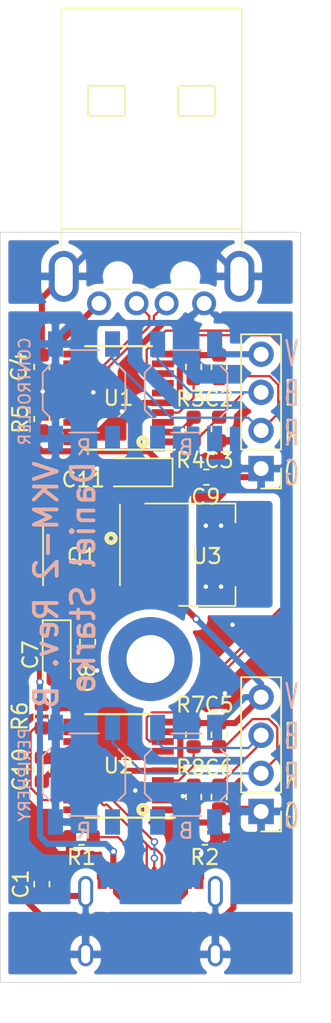
<source format=kicad_pcb>
(kicad_pcb (version 20171130) (host pcbnew "(5.1.5)-3")
  (title_block (title VKM-1) (date 2020-03-11) (rev B) (company "Daniel Starke"))
  (layers (0 F.Cu signal) (31 B.Cu signal) (34 B.Paste user) (35 F.Paste user) (36 B.SilkS user) (37 F.SilkS user) (38 B.Mask user) (39 F.Mask user) (44 Edge.Cuts user))
  (net 0 "")
  (net 1 GND)
  (net 2 "Net-(C1-Pad1)")
  (net 3 "Net-(C4-Pad1)")
  (net 4 +3V3)
  (net 5 USB2_VBUS)
  (net 6 "Net-(J1-PadB5)")
  (net 7 "Net-(J1-PadB8)")
  (net 8 "Net-(J1-PadA8)")
  (net 9 "Net-(J1-PadA5)")
  (net 10 BOOT1)
  (net 11 BOOT2)
  (net 12 USB1_VBUS)
  (net 13 USB1_VBUS_SENSE)
  (net 14 USB2_VBUS_SENSE)
  (net 15 "Net-(U1-Pad20)")
  (net 16 "Net-(U1-Pad14)")
  (net 17 "Net-(U1-Pad13)")
  (net 18 "Net-(U1-Pad12)")
  (net 19 "Net-(U1-Pad11)")
  (net 20 "Net-(U1-Pad10)")
  (net 21 "Net-(U2-Pad20)")
  (net 22 "Net-(U2-Pad14)")
  (net 23 "Net-(U2-Pad13)")
  (net 24 "Net-(U2-Pad12)")
  (net 25 "Net-(U2-Pad11)")
  (net 26 "Net-(U2-Pad10)")
  (net 27 USB2_D+)
  (net 28 USB2_D-)
  (net 29 USB1_D+)
  (net 30 USB1_D-)
  (net 31 RESET1)
  (net 32 RESET2)
  (net 33 /USART2_RX)
  (net 34 /USART2_TX)
  (net 35 "Net-(U1-Pad7)")
  (net 36 "Net-(U1-Pad6)")
  (net 37 "Net-(U1-Pad3)")
  (net 38 "Net-(U1-Pad2)")
  (net 39 "Net-(U2-Pad7)")
  (net 40 "Net-(U2-Pad6)")
  (net 41 "Net-(U2-Pad3)")
  (net 42 "Net-(U2-Pad2)")
  (net 43 "Net-(C7-Pad1)")
  (module Resistor_SMD:R_0603_1608Metric (layer F.Cu) (at 82.869 108.2675)
    (fp_text reference R2 (at -0.0015 1.3335) (layer F.SilkS))
    (fp_text value 5.1k)
    (pad 1 smd roundrect (at -0.7875 0) (size 0.875 0.95) (layers F.Cu F.Paste F.Mask) (net 6 "Net-(J1-PadB5)"))
    (pad 2 smd roundrect (at 0.7875 0) (size 0.875 0.95) (layers F.Cu F.Paste F.Mask) (net 1 GND))
  )
  (module Resistor_SMD:R_0603_1608Metric (layer F.Cu) (at 74.649 108.2675 180)
    (fp_text reference R1 (at 0 -1.3335) (layer F.SilkS))
    (fp_text value 5.1k)
    (pad 1 smd roundrect (at -0.7875 0 180) (size 0.875 0.95) (layers F.Cu F.Paste F.Mask) (net 9 "Net-(J1-PadA5)"))
    (pad 2 smd roundrect (at 0.7875 0 180) (size 0.875 0.95) (layers F.Cu F.Paste F.Mask) (net 1 GND))
  )
  (module Connector_USB:USB_C_HRO_TYPE_C_31_M_12 (layer F.Cu) (at 79.248 118.6815)
    (fp_text reference J1 hide)
    (fp_text value USB_C_Receptacle)
    (pad A12 smd rect (at 3.375 -7.695) (size 0.3 1.45) (layers F.Cu F.Paste F.Mask) (net 1 GND))
    (pad B12 smd rect (at -3.075 -7.695) (size 0.3 1.45) (layers F.Cu F.Paste F.Mask) (net 1 GND))
    (pad B4 smd rect (at 2.3 -7.695) (size 0.3 1.45) (layers F.Cu F.Paste F.Mask) (net 5 USB2_VBUS))
    (pad B9 smd rect (at -2.3 -7.695) (size 0.3 1.45) (layers F.Cu F.Paste F.Mask) (net 5 USB2_VBUS))
    (pad B8 smd rect (at -1.75 -7.695) (size 0.3 1.45) (layers F.Cu F.Paste F.Mask) (net 7 "Net-(J1-PadB8)"))
    (pad B5 smd rect (at 1.75 -7.695) (size 0.3 1.45) (layers F.Cu F.Paste F.Mask) (net 6 "Net-(J1-PadB5)"))
    (pad A5 smd rect (at -1.25 -7.695) (size 0.3 1.45) (layers F.Cu F.Paste F.Mask) (net 9 "Net-(J1-PadA5)"))
    (pad A8 smd rect (at 1.25 -7.695) (size 0.3 1.45) (layers F.Cu F.Paste F.Mask) (net 8 "Net-(J1-PadA8)"))
    (pad B7 smd rect (at -0.75 -7.695) (size 0.3 1.45) (layers F.Cu F.Paste F.Mask) (net 28 USB2_D-))
    (pad B6 smd rect (at 0.75 -7.695) (size 0.3 1.45) (layers F.Cu F.Paste F.Mask) (net 27 USB2_D+))
    (pad A7 smd rect (at 0.25 -7.695) (size 0.3 1.45) (layers F.Cu F.Paste F.Mask) (net 28 USB2_D-))
    (pad A6 smd rect (at -0.25 -7.695) (size 0.3 1.45) (layers F.Cu F.Paste F.Mask) (net 27 USB2_D+))
    (pad "" np_thru_hole circle (at 2.89 -6.25) (size 0.65 0.65) (drill 0.65) (layers *.Cu *.Mask))
    (pad "" np_thru_hole circle (at -2.89 -6.25) (size 0.65 0.65) (drill 0.65) (layers *.Cu *.Mask))
    (pad S1 thru_hole oval (at -4.32 -6.78) (size 1 2.1) (drill oval 0.6 1.7) (layers *.Cu *.Mask) (net 2 "Net-(C1-Pad1)"))
    (pad S1 thru_hole oval (at 4.32 -6.78) (size 1 2.1) (drill oval 0.6 1.7) (layers *.Cu *.Mask) (net 2 "Net-(C1-Pad1)"))
    (pad S1 thru_hole oval (at -4.32 -2.6) (size 1 1.6) (drill oval 0.6 1.2) (layers *.Cu *.Mask) (net 2 "Net-(C1-Pad1)"))
    (pad S1 thru_hole oval (at 4.32 -2.6) (size 1 1.6) (drill oval 0.6 1.2) (layers *.Cu *.Mask) (net 2 "Net-(C1-Pad1)"))
    (pad A1 smd rect (at -3.375 -7.695) (size 0.3 1.45) (layers F.Cu F.Paste F.Mask) (net 1 GND))
    (pad A4 smd rect (at -2.6 -7.695) (size 0.3 1.45) (layers F.Cu F.Paste F.Mask) (net 5 USB2_VBUS))
    (pad A9 smd rect (at 2.6 -7.695) (size 0.3 1.45) (layers F.Cu F.Paste F.Mask) (net 5 USB2_VBUS))
    (pad B1 smd rect (at 3.075 -7.695) (size 0.3 1.45) (layers F.Cu F.Paste F.Mask) (net 1 GND))
  )
  (module Connector_USB:USB_A_TH_AM90 (layer F.Cu) (at 79.319 71.782 180)
    (fp_text reference J4 hide)
    (fp_text value USB_A hide)
    (pad "" np_thru_hole circle (at 2.245 0.9 180) (size 1 1) (drill 1) (layers *.Cu *.Mask))
    (pad "" np_thru_hole circle (at -2.245 0.9 180) (size 1 1) (drill 1) (layers *.Cu *.Mask))
    (pad 1 thru_hole circle (at 3.5 -0.9 90) (size 1.6 1.6) (drill 1) (layers *.Cu *.Mask) (net 12 USB1_VBUS))
    (pad 2 thru_hole circle (at 1 -0.9 90) (size 1.6 1.6) (drill 1) (layers *.Cu *.Mask) (net 30 USB1_D-))
    (pad 3 thru_hole circle (at -1 -0.9 90) (size 1.6 1.6) (drill 1) (layers *.Cu *.Mask) (net 29 USB1_D+))
    (pad 4 thru_hole circle (at -3.5 -0.9 90) (size 1.6 1.6) (drill 1) (layers *.Cu *.Mask) (net 1 GND))
    (pad 5 thru_hole oval (at 5.85 0.9 90) (size 3.4 2) (drill oval 2.6 1.2) (layers *.Cu *.Mask) (net 3 "Net-(C4-Pad1)"))
    (pad 5 thru_hole oval (at -5.85 0.9 90) (size 3.4 2) (drill oval 2.6 1.2) (layers *.Cu *.Mask) (net 3 "Net-(C4-Pad1)"))
  )
  (module Button_Switch_SMD:SW_SPST_TL3342 (layer B.Cu) (at 81.619 104.103 90)
    (fp_text reference SW4 hide)
    (fp_text value SW_Push)
    (pad 1 smd rect (at -3.15 1.9 90) (size 1.7 1) (layers B.Cu B.Paste B.Mask) (net 4 +3V3))
    (pad 1 smd rect (at 3.15 1.9 90) (size 1.7 1) (layers B.Cu B.Paste B.Mask) (net 4 +3V3))
    (pad 2 smd rect (at -3.15 -1.9 90) (size 1.7 1) (layers B.Cu B.Paste B.Mask) (net 11 BOOT2))
    (pad 2 smd rect (at 3.15 -1.9 90) (size 1.7 1) (layers B.Cu B.Paste B.Mask) (net 11 BOOT2))
  )
  (module Button_Switch_SMD:SW_SPST_TL3342 (layer B.Cu) (at 74.819 104.103 270)
    (fp_text reference SW3 hide)
    (fp_text value SW_Push)
    (pad 1 smd rect (at -3.15 1.9 270) (size 1.7 1) (layers B.Cu B.Paste B.Mask) (net 1 GND))
    (pad 1 smd rect (at 3.15 1.9 270) (size 1.7 1) (layers B.Cu B.Paste B.Mask) (net 1 GND))
    (pad 2 smd rect (at -3.15 -1.9 270) (size 1.7 1) (layers B.Cu B.Paste B.Mask) (net 32 RESET2))
    (pad 2 smd rect (at 3.15 -1.9 270) (size 1.7 1) (layers B.Cu B.Paste B.Mask) (net 32 RESET2))
  )
  (module Button_Switch_SMD:SW_SPST_TL3342 (layer B.Cu) (at 81.619 78.543 90)
    (fp_text reference SW2 hide)
    (fp_text value SW_Push)
    (pad 2 smd rect (at 3.15 -1.9 90) (size 1.7 1) (layers B.Cu B.Paste B.Mask) (net 10 BOOT1))
    (pad 2 smd rect (at -3.15 -1.9 90) (size 1.7 1) (layers B.Cu B.Paste B.Mask) (net 10 BOOT1))
    (pad 1 smd rect (at 3.15 1.9 90) (size 1.7 1) (layers B.Cu B.Paste B.Mask) (net 4 +3V3))
    (pad 1 smd rect (at -3.15 1.9 90) (size 1.7 1) (layers B.Cu B.Paste B.Mask) (net 4 +3V3))
  )
  (module Button_Switch_SMD:SW_SPST_TL3342 (layer B.Cu) (at 74.819 78.543 270)
    (fp_text reference SW1 hide)
    (fp_text value SW_Push)
    (pad 2 smd rect (at 3.15 -1.9 270) (size 1.7 1) (layers B.Cu B.Paste B.Mask) (net 31 RESET1))
    (pad 2 smd rect (at -3.15 -1.9 270) (size 1.7 1) (layers B.Cu B.Paste B.Mask) (net 31 RESET1))
    (pad 1 smd rect (at 3.15 1.9 270) (size 1.7 1) (layers B.Cu B.Paste B.Mask) (net 1 GND))
    (pad 1 smd rect (at -3.15 1.9 270) (size 1.7 1) (layers B.Cu B.Paste B.Mask) (net 1 GND))
  )
  (module Capacitor_SMD:C_0603_1608Metric (layer F.Cu) (at 83.819 105.586 270)
    (fp_text reference C6 (at -1.954 0 180) (layer F.SilkS))
    (fp_text value 100n)
    (pad 2 smd roundrect (at 0.7875 0 270) (size 0.875 0.95) (layers F.Cu F.Paste F.Mask) (net 1 GND))
    (pad 1 smd roundrect (at -0.7875 0 270) (size 0.875 0.95) (layers F.Cu F.Paste F.Mask) (net 11 BOOT2))
  )
  (module Capacitor_SMD:C_0603_1608Metric (layer F.Cu) (at 83.819 101.446 270)
    (fp_text reference C5 (at -2.005 0 180) (layer F.SilkS))
    (fp_text value 100n)
    (pad 2 smd roundrect (at 0.7875 0 270) (size 0.875 0.95) (layers F.Cu F.Paste F.Mask) (net 32 RESET2))
    (pad 1 smd roundrect (at -0.7875 0 270) (size 0.875 0.95) (layers F.Cu F.Paste F.Mask) (net 4 +3V3))
  )
  (module Capacitor_SMD:C_0603_1608Metric (layer F.Cu) (at 83.819 81.056 270)
    (fp_text reference C3 (at 2.086 0 180) (layer F.SilkS))
    (fp_text value 100n)
    (pad 2 smd roundrect (at 0.7875 0 270) (size 0.875 0.95) (layers F.Cu F.Paste F.Mask) (net 1 GND))
    (pad 1 smd roundrect (at -0.7875 0 270) (size 0.875 0.95) (layers F.Cu F.Paste F.Mask) (net 10 BOOT1))
  )
  (module Capacitor_SMD:C_0603_1608Metric (layer F.Cu) (at 83.819 76.916 270)
    (fp_text reference C2 (at 2.126 0) (layer F.SilkS))
    (fp_text value 100n)
    (pad 2 smd roundrect (at 0.7875 0 270) (size 0.875 0.95) (layers F.Cu F.Paste F.Mask) (net 31 RESET1))
    (pad 1 smd roundrect (at -0.7875 0 270) (size 0.875 0.95) (layers F.Cu F.Paste F.Mask) (net 4 +3V3))
  )
  (module Connector_PinHeader_2.54mm:PinHeader_1x04_P2.54mm_Vertical (layer F.Cu) (at 86.614 83.693 180)
    (fp_text reference J2 hide)
    (fp_text value Conn_01x04)
    (pad 4 thru_hole oval (at 0 7.62 180) (size 1.7 1.7) (drill 1) (layers *.Cu *.Mask) (net 4 +3V3))
    (pad 3 thru_hole oval (at 0 5.08 180) (size 1.7 1.7) (drill 1) (layers *.Cu *.Mask) (net 10 BOOT1))
    (pad 2 thru_hole oval (at 0 2.54 180) (size 1.7 1.7) (drill 1) (layers *.Cu *.Mask) (net 31 RESET1))
    (pad 1 thru_hole rect (at 0 0 180) (size 1.7 1.7) (drill 1) (layers *.Cu *.Mask) (net 1 GND))
  )
  (module Package_SO:TSSOP-20_4.4x6.5mm_P0.65mm (layer F.Cu) (at 77.119 103.516 180)
    (fp_text reference U2 (at 0 0.011) (layer F.SilkS))
    (fp_text value STM32F042F6Px)
    (pad 1 smd rect (at -2.95 -2.925 180) (size 1.45 0.45) (layers F.Cu F.Paste F.Mask) (net 11 BOOT2))
    (pad 2 smd rect (at -2.95 -2.275 180) (size 1.45 0.45) (layers F.Cu F.Paste F.Mask) (net 42 "Net-(U2-Pad2)"))
    (pad 3 smd rect (at -2.95 -1.625 180) (size 1.45 0.45) (layers F.Cu F.Paste F.Mask) (net 41 "Net-(U2-Pad3)"))
    (pad 4 smd rect (at -2.95 -0.975 180) (size 1.45 0.45) (layers F.Cu F.Paste F.Mask) (net 32 RESET2))
    (pad 5 smd rect (at -2.95 -0.325 180) (size 1.45 0.45) (layers F.Cu F.Paste F.Mask) (net 4 +3V3))
    (pad 6 smd rect (at -2.95 0.325 180) (size 1.45 0.45) (layers F.Cu F.Paste F.Mask) (net 40 "Net-(U2-Pad6)"))
    (pad 7 smd rect (at -2.95 0.975 180) (size 1.45 0.45) (layers F.Cu F.Paste F.Mask) (net 39 "Net-(U2-Pad7)"))
    (pad 8 smd rect (at -2.95 1.625 180) (size 1.45 0.45) (layers F.Cu F.Paste F.Mask) (net 33 /USART2_RX))
    (pad 9 smd rect (at -2.95 2.275 180) (size 1.45 0.45) (layers F.Cu F.Paste F.Mask) (net 34 /USART2_TX))
    (pad 10 smd rect (at -2.95 2.925 180) (size 1.45 0.45) (layers F.Cu F.Paste F.Mask) (net 26 "Net-(U2-Pad10)"))
    (pad 11 smd rect (at 2.95 2.925 180) (size 1.45 0.45) (layers F.Cu F.Paste F.Mask) (net 25 "Net-(U2-Pad11)"))
    (pad 12 smd rect (at 2.95 2.275 180) (size 1.45 0.45) (layers F.Cu F.Paste F.Mask) (net 24 "Net-(U2-Pad12)"))
    (pad 13 smd rect (at 2.95 1.625 180) (size 1.45 0.45) (layers F.Cu F.Paste F.Mask) (net 23 "Net-(U2-Pad13)"))
    (pad 14 smd rect (at 2.95 0.975 180) (size 1.45 0.45) (layers F.Cu F.Paste F.Mask) (net 22 "Net-(U2-Pad14)"))
    (pad 15 smd rect (at 2.95 0.325 180) (size 1.45 0.45) (layers F.Cu F.Paste F.Mask) (net 1 GND))
    (pad 16 smd rect (at 2.95 -0.325 180) (size 1.45 0.45) (layers F.Cu F.Paste F.Mask) (net 4 +3V3))
    (pad 17 smd rect (at 2.95 -0.975 180) (size 1.45 0.45) (layers F.Cu F.Paste F.Mask) (net 28 USB2_D-))
    (pad 18 smd rect (at 2.95 -1.625 180) (size 1.45 0.45) (layers F.Cu F.Paste F.Mask) (net 27 USB2_D+))
    (pad 19 smd rect (at 2.95 -2.275 180) (size 1.45 0.45) (layers F.Cu F.Paste F.Mask) (net 14 USB2_VBUS_SENSE))
    (pad 20 smd rect (at 2.95 -2.925 180) (size 1.45 0.45) (layers F.Cu F.Paste F.Mask) (net 21 "Net-(U2-Pad20)"))
  )
  (module Package_SO:TSSOP-20_4.4x6.5mm_P0.65mm (layer F.Cu) (at 77.119 78.986 180)
    (fp_text reference U1 (at 0 -0.008) (layer F.SilkS))
    (fp_text value STM32F042F6Px)
    (pad 1 smd rect (at -2.95 -2.925 180) (size 1.45 0.45) (layers F.Cu F.Paste F.Mask) (net 10 BOOT1))
    (pad 2 smd rect (at -2.95 -2.275 180) (size 1.45 0.45) (layers F.Cu F.Paste F.Mask) (net 38 "Net-(U1-Pad2)"))
    (pad 3 smd rect (at -2.95 -1.625 180) (size 1.45 0.45) (layers F.Cu F.Paste F.Mask) (net 37 "Net-(U1-Pad3)"))
    (pad 4 smd rect (at -2.95 -0.975 180) (size 1.45 0.45) (layers F.Cu F.Paste F.Mask) (net 31 RESET1))
    (pad 5 smd rect (at -2.95 -0.325 180) (size 1.45 0.45) (layers F.Cu F.Paste F.Mask) (net 4 +3V3))
    (pad 6 smd rect (at -2.95 0.325 180) (size 1.45 0.45) (layers F.Cu F.Paste F.Mask) (net 36 "Net-(U1-Pad6)"))
    (pad 7 smd rect (at -2.95 0.975 180) (size 1.45 0.45) (layers F.Cu F.Paste F.Mask) (net 35 "Net-(U1-Pad7)"))
    (pad 8 smd rect (at -2.95 1.625 180) (size 1.45 0.45) (layers F.Cu F.Paste F.Mask) (net 34 /USART2_TX))
    (pad 9 smd rect (at -2.95 2.275 180) (size 1.45 0.45) (layers F.Cu F.Paste F.Mask) (net 33 /USART2_RX))
    (pad 10 smd rect (at -2.95 2.925 180) (size 1.45 0.45) (layers F.Cu F.Paste F.Mask) (net 20 "Net-(U1-Pad10)"))
    (pad 11 smd rect (at 2.95 2.925 180) (size 1.45 0.45) (layers F.Cu F.Paste F.Mask) (net 19 "Net-(U1-Pad11)"))
    (pad 12 smd rect (at 2.95 2.275 180) (size 1.45 0.45) (layers F.Cu F.Paste F.Mask) (net 18 "Net-(U1-Pad12)"))
    (pad 13 smd rect (at 2.95 1.625 180) (size 1.45 0.45) (layers F.Cu F.Paste F.Mask) (net 17 "Net-(U1-Pad13)"))
    (pad 14 smd rect (at 2.95 0.975 180) (size 1.45 0.45) (layers F.Cu F.Paste F.Mask) (net 16 "Net-(U1-Pad14)"))
    (pad 15 smd rect (at 2.95 0.325 180) (size 1.45 0.45) (layers F.Cu F.Paste F.Mask) (net 1 GND))
    (pad 16 smd rect (at 2.95 -0.325 180) (size 1.45 0.45) (layers F.Cu F.Paste F.Mask) (net 4 +3V3))
    (pad 17 smd rect (at 2.95 -0.975 180) (size 1.45 0.45) (layers F.Cu F.Paste F.Mask) (net 30 USB1_D-))
    (pad 18 smd rect (at 2.95 -1.625 180) (size 1.45 0.45) (layers F.Cu F.Paste F.Mask) (net 29 USB1_D+))
    (pad 19 smd rect (at 2.95 -2.275 180) (size 1.45 0.45) (layers F.Cu F.Paste F.Mask) (net 13 USB1_VBUS_SENSE))
    (pad 20 smd rect (at 2.95 -2.925 180) (size 1.45 0.45) (layers F.Cu F.Paste F.Mask) (net 15 "Net-(U1-Pad20)"))
  )
  (module Resistor_SMD:R_0603_1608Metric (layer F.Cu) (at 82.119 105.586 90)
    (fp_text reference R8 (at 1.954 -0.2 180) (layer F.SilkS))
    (fp_text value 10k)
    (pad 1 smd roundrect (at -0.7875 0 90) (size 0.875 0.95) (layers F.Cu F.Paste F.Mask) (net 11 BOOT2))
    (pad 2 smd roundrect (at 0.7875 0 90) (size 0.875 0.95) (layers F.Cu F.Paste F.Mask) (net 1 GND))
  )
  (module Resistor_SMD:R_0603_1608Metric (layer F.Cu) (at 82.119 101.446 270)
    (fp_text reference R7 (at -2.005 0.2 180) (layer F.SilkS))
    (fp_text value 10k)
    (pad 1 smd roundrect (at -0.7875 0 270) (size 0.875 0.95) (layers F.Cu F.Paste F.Mask) (net 4 +3V3))
    (pad 2 smd roundrect (at 0.7875 0 270) (size 0.875 0.95) (layers F.Cu F.Paste F.Mask) (net 32 RESET2))
  )
  (module Resistor_SMD:R_0603_1608Metric (layer F.Cu) (at 82.119 81.056 90)
    (fp_text reference R4 (at -2.086 -0.2) (layer F.SilkS))
    (fp_text value 10k)
    (pad 1 smd roundrect (at -0.7875 0 90) (size 0.875 0.95) (layers F.Cu F.Paste F.Mask) (net 10 BOOT1))
    (pad 2 smd roundrect (at 0.7875 0 90) (size 0.875 0.95) (layers F.Cu F.Paste F.Mask) (net 1 GND))
  )
  (module Resistor_SMD:R_0603_1608Metric (layer F.Cu) (at 82.119 76.916 270)
    (fp_text reference R3 (at 2.126 0.2 180) (layer F.SilkS))
    (fp_text value 10k)
    (pad 1 smd roundrect (at -0.7875 0 270) (size 0.875 0.95) (layers F.Cu F.Paste F.Mask) (net 4 +3V3))
    (pad 2 smd roundrect (at 0.7875 0 270) (size 0.875 0.95) (layers F.Cu F.Paste F.Mask) (net 31 RESET1))
  )
  (module Connector_PinHeader_2.54mm:PinHeader_1x04_P2.54mm_Vertical (layer F.Cu) (at 86.614 106.553 180)
    (fp_text reference J3 hide)
    (fp_text value Conn_01x04)
    (pad 4 thru_hole oval (at 0 7.62 180) (size 1.7 1.7) (drill 1) (layers *.Cu *.Mask) (net 4 +3V3))
    (pad 3 thru_hole oval (at 0 5.08 180) (size 1.7 1.7) (drill 1) (layers *.Cu *.Mask) (net 11 BOOT2))
    (pad 2 thru_hole oval (at 0 2.54 180) (size 1.7 1.7) (drill 1) (layers *.Cu *.Mask) (net 32 RESET2))
    (pad 1 thru_hole rect (at 0 0 180) (size 1.7 1.7) (drill 1) (layers *.Cu *.Mask) (net 1 GND))
  )
  (module Package_TO_SOT_SMD:SOT-223-3_TabPin2 (layer F.Cu) (at 82.998 89.435)
    (fp_text reference U3 (at 0 0.1 180) (layer F.SilkS))
    (fp_text value AMS1117-3.3)
    (pad 2 smd rect (at 3.15 0) (size 2 3.8) (layers F.Cu F.Paste F.Mask) (net 4 +3V3))
    (pad 2 smd rect (at -3.15 0) (size 2 1.5) (layers F.Cu F.Paste F.Mask) (net 4 +3V3))
    (pad 3 smd rect (at -3.15 2.3) (size 2 1.5) (layers F.Cu F.Paste F.Mask) (net 43 "Net-(C7-Pad1)"))
    (pad 1 smd rect (at -3.15 -2.3) (size 2 1.5) (layers F.Cu F.Paste F.Mask) (net 1 GND))
  )
  (module Resistor_SMD:R_0603_1608Metric (layer F.Cu) (at 72.009 100.203 90)
    (fp_text reference R6 (at 0 -1.47 90) (layer F.SilkS))
    (fp_text value 2.2k)
    (pad 1 smd roundrect (at -0.7875 0 90) (size 0.875 0.95) (layers F.Cu F.Paste F.Mask) (net 14 USB2_VBUS_SENSE))
    (pad 2 smd roundrect (at 0.7875 0 90) (size 0.875 0.95) (layers F.Cu F.Paste F.Mask) (net 5 USB2_VBUS))
  )
  (module Resistor_SMD:R_0603_1608Metric (layer F.Cu) (at 72.009 80.391 90)
    (fp_text reference R5 (at 0 -1.43 90) (layer F.SilkS))
    (fp_text value 2.2k)
    (pad 1 smd roundrect (at -0.7875 0 90) (size 0.875 0.95) (layers F.Cu F.Paste F.Mask) (net 13 USB1_VBUS_SENSE))
    (pad 2 smd roundrect (at 0.7875 0 90) (size 0.875 0.95) (layers F.Cu F.Paste F.Mask) (net 12 USB1_VBUS))
  )
  (module Package_SO:SOP-8_3.9x4.9mm_P1.27mm (layer F.Cu) (at 74.6515 89.535 270)
    (fp_text reference Q1 (at 0 -0.0245 180) (layer F.SilkS))
    (fp_text value APM4953KC-TRG)
    (pad 1 smd roundrect (at -2.625 -1.905 270) (size 1.65 0.6) (layers F.Cu F.Paste F.Mask) (net 12 USB1_VBUS))
    (pad 2 smd roundrect (at -2.625 -0.635 270) (size 1.65 0.6) (layers F.Cu F.Paste F.Mask) (net 1 GND))
    (pad 3 smd roundrect (at -2.625 0.635 270) (size 1.65 0.6) (layers F.Cu F.Paste F.Mask) (net 5 USB2_VBUS))
    (pad 4 smd roundrect (at -2.625 1.905 270) (size 1.65 0.6) (layers F.Cu F.Paste F.Mask) (net 1 GND))
    (pad 5 smd roundrect (at 2.625 1.905 270) (size 1.65 0.6) (layers F.Cu F.Paste F.Mask) (net 43 "Net-(C7-Pad1)"))
    (pad 6 smd roundrect (at 2.625 0.635 270) (size 1.65 0.6) (layers F.Cu F.Paste F.Mask) (net 43 "Net-(C7-Pad1)"))
    (pad 7 smd roundrect (at 2.625 -0.635 270) (size 1.65 0.6) (layers F.Cu F.Paste F.Mask) (net 43 "Net-(C7-Pad1)"))
    (pad 8 smd roundrect (at 2.625 -1.905 270) (size 1.65 0.6) (layers F.Cu F.Paste F.Mask) (net 43 "Net-(C7-Pad1)"))
  )
  (module MountingHole:MountingHole_3.2mm_M3_DIN965_Pad (layer F.Cu) (at 79.248 96.393)
    (fp_text reference H1 hide)
    (fp_text value MountingHole)
    (pad 1 thru_hole circle (at 0 0) (size 5.6 5.6) (drill 3.2) (layers *.Cu *.Mask))
  )
  (module Capacitor_Tantalum_SMD:CP_EIA-3216-10_Kemet-I (layer F.Cu) (at 78.406 83.947 180)
    (fp_text reference C11 (at 3.636 -0.4845 180) (layer F.SilkS))
    (fp_text value 10u)
    (pad 2 smd roundrect (at 1.35 0 180) (size 1.4 1.35) (layers F.Cu F.Paste F.Mask) (roundrect_rratio 0.185185) (net 1 GND))
    (pad 1 smd roundrect (at -1.35 0 180) (size 1.4 1.35) (layers F.Cu F.Paste F.Mask) (roundrect_rratio 0.185185) (net 4 +3V3))
  )
  (module Capacitor_SMD:C_0603_1608Metric (layer F.Cu) (at 72.009 103.759 90)
    (fp_text reference C10 (at 0 -1.43 90) (layer F.SilkS))
    (fp_text value 100n)
    (pad 1 smd roundrect (at -0.7875 0 90) (size 0.875 0.95) (layers F.Cu F.Paste F.Mask) (net 4 +3V3))
    (pad 2 smd roundrect (at 0.7875 0 90) (size 0.875 0.95) (layers F.Cu F.Paste F.Mask) (net 1 GND))
  )
  (module Capacitor_SMD:C_0603_1608Metric (layer F.Cu) (at 82.969 84.267)
    (fp_text reference C9 (at -0.038 1.3125) (layer F.SilkS))
    (fp_text value 100n)
    (pad 2 smd roundrect (at 0.7875 0) (size 0.875 0.95) (layers F.Cu F.Paste F.Mask) (net 1 GND))
    (pad 1 smd roundrect (at -0.7875 0) (size 0.875 0.95) (layers F.Cu F.Paste F.Mask) (net 4 +3V3))
  )
  (module Capacitor_SMD:C_0603_1608Metric (layer F.Cu) (at 75.057 95.25 270)
    (fp_text reference C8 (at 2.413 0 90) (layer F.SilkS))
    (fp_text value 100n)
    (pad 1 smd roundrect (at -0.7875 0 270) (size 0.875 0.95) (layers F.Cu F.Paste F.Mask) (net 43 "Net-(C7-Pad1)"))
    (pad 2 smd roundrect (at 0.7875 0 270) (size 0.875 0.95) (layers F.Cu F.Paste F.Mask) (net 1 GND))
  )
  (module Capacitor_Tantalum_SMD:CP_EIA-3216-10_Kemet-I (layer F.Cu) (at 73.0015 96.115 270)
    (fp_text reference C7 (at 0 1.7545 90) (layer F.SilkS))
    (fp_text value 10u)
    (pad 1 smd roundrect (at -1.35 0 270) (size 1.4 1.35) (layers F.Cu F.Paste F.Mask) (roundrect_rratio 0.185185) (net 43 "Net-(C7-Pad1)"))
    (pad 2 smd roundrect (at 1.35 0 270) (size 1.4 1.35) (layers F.Cu F.Paste F.Mask) (roundrect_rratio 0.185185) (net 1 GND))
  )
  (module Capacitor_SMD:C_0603_1608Metric (layer F.Cu) (at 72.009 76.916 270)
    (fp_text reference C4 (at 0 1.524 90) (layer F.SilkS))
    (fp_text value 100n)
    (pad 1 smd roundrect (at -0.7875 0 270) (size 0.875 0.95) (layers F.Cu F.Paste F.Mask) (net 3 "Net-(C4-Pad1)"))
    (pad 2 smd roundrect (at 0.7875 0 270) (size 0.875 0.95) (layers F.Cu F.Paste F.Mask) (net 1 GND))
  )
  (module Capacitor_SMD:C_0603_1608Metric (layer F.Cu) (at 72.009 111.399 90)
    (fp_text reference C1 (at 0 -1.397 90) (layer F.SilkS))
    (fp_text value 100n)
    (pad 1 smd roundrect (at -0.7875 0 90) (size 0.875 0.95) (layers F.Cu F.Paste F.Mask) (net 2 "Net-(C1-Pad1)"))
    (pad 2 smd roundrect (at 0.7875 0 90) (size 0.875 0.95) (layers F.Cu F.Paste F.Mask) (net 1 GND))
  )
  (gr_text "V\nB\nR\nG" (at 88.646 80.01) (layer B.SilkS) (effects (font (size 1.651 1)) (justify mirror)))
  (gr_text "V\nB\nR\nG" (at 88.646 102.87) (layer B.SilkS) (effects (font (size 1.651 1)) (justify mirror)))
  (gr_text "V\nB\nR\nG" (at 88.646 102.87) (layer F.SilkS) (effects (font (size 1.651 1))))
  (gr_text "V\nB\nR\nG" (at 88.646 80.01) (layer F.SilkS) (effects (font (size 1.651 1))))
  (gr_text R (at 74.819 82.2855) (layer B.SilkS) (effects (font (size 1 1)) (justify mirror)))
  (gr_text B (at 81.619 82.2855) (layer B.SilkS) (effects (font (size 1 1)) (justify mirror)))
  (gr_text B (at 81.619 107.8455) (layer B.SilkS) (effects (font (size 1 1)) (justify mirror)))
  (gr_text R (at 74.819 107.8455) (layer B.SilkS) (effects (font (size 1 1)) (justify mirror)))
  (gr_text PERIPHERY (at 70.866 104.103 90) (layer B.SilkS) (effects (font (size 0.762 0.762) (thickness 0.127)) (justify mirror)))
  (gr_text CONTROLLER (at 70.866 78.543 90) (layer B.SilkS) (effects (font (size 0.762 0.762) (thickness 0.127)) (justify mirror)))
  (gr_text "VKM-2 Rev. B\nDaniel Starke" (at 73.533 83.058 90) (layer B.SilkS) (effects (font (size 1.524 1.524) (thickness 0.254)) (justify left mirror)))
  (gr_circle (center 78.74 106.426) (end 78.881421 106.426) (layer F.SilkS) (width 0.3))
  (gr_circle (center 76.619 88.342) (end 76.760421 88.342) (layer F.SilkS) (width 0.3))
  (gr_circle (center 78.74 81.915) (end 78.881421 81.915) (layer F.SilkS) (width 0.3))
  (gr_line (start 69.248 117.945) (end 89.248 117.945) (layer Edge.Cuts) (width 0.05))
  (gr_line (start 69.248 67.945) (end 69.248 117.945) (layer Edge.Cuts) (width 0.05))
  (gr_line (start 89.248 67.945) (end 69.248 67.945) (layer Edge.Cuts) (width 0.05))
  (gr_line (start 89.248 117.945) (end 89.248 67.945) (layer Edge.Cuts) (width 0.05))
  (segment (start 73.6295 97.465) (end 75.057 96.0375) (width 0.4064) (layer F.Cu) (net 1))
  (segment (start 73.0015 97.465) (end 73.6295 97.465) (width 0.4064) (layer F.Cu) (net 1))
  (segment (start 75.2865 86.085) (end 75.2865 86.91) (width 0.4064) (layer F.Cu) (net 1))
  (segment (start 74.88009 85.67859) (end 75.2865 86.085) (width 0.4064) (layer F.Cu) (net 1))
  (segment (start 72.7465 86.085) (end 73.15291 85.67859) (width 0.4064) (layer F.Cu) (net 1))
  (segment (start 73.15291 85.67859) (end 74.88009 85.67859) (width 0.4064) (layer F.Cu) (net 1))
  (segment (start 72.7465 86.91) (end 72.7465 86.085) (width 0.4064) (layer F.Cu) (net 1))
  (segment (start 75.2865 87.735) (end 75.2865 86.91) (width 0.4064) (layer F.Cu) (net 1))
  (segment (start 75.69291 88.14141) (end 75.2865 87.735) (width 0.4064) (layer F.Cu) (net 1))
  (segment (start 77.43519 88.14141) (end 75.69291 88.14141) (width 0.4064) (layer F.Cu) (net 1))
  (segment (start 78.4416 87.135) (end 77.43519 88.14141) (width 0.4064) (layer F.Cu) (net 1))
  (segment (start 79.848 87.135) (end 78.4416 87.135) (width 0.4064) (layer F.Cu) (net 1))
  (segment (start 79.848 86.039) (end 79.848 87.135) (width 0.4064) (layer F.Cu) (net 1))
  (segment (start 77.756 83.947) (end 79.848 86.039) (width 0.4064) (layer F.Cu) (net 1))
  (segment (start 77.056 83.947) (end 77.756 83.947) (width 0.4064) (layer F.Cu) (net 1))
  (segment (start 83.7565 81.906) (end 83.819 81.8435) (width 0.4064) (layer F.Cu) (net 1))
  (segment (start 83.7565 84.267) (end 83.7565 81.906) (width 0.4064) (layer F.Cu) (net 1))
  (segment (start 86.04 84.267) (end 86.614 83.693) (width 0.4064) (layer F.Cu) (net 1))
  (segment (start 83.7565 84.267) (end 86.04 84.267) (width 0.4064) (layer F.Cu) (net 1))
  (segment (start 72.919 82.9494) (end 72.919 81.693) (width 0.4064) (layer B.Cu) (net 1))
  (segment (start 73.6626 83.693) (end 72.919 82.9494) (width 0.4064) (layer B.Cu) (net 1))
  (segment (start 72.919 81.693) (end 72.919 75.393) (width 0.4064) (layer B.Cu) (net 1))
  (via (at 81.396815 81.140659) (size 0.5) (drill 0.3) (layers F.Cu B.Cu) (net 1))
  (segment (start 82.119 80.2685) (end 82.119 80.418474) (width 0.4064) (layer F.Cu) (net 1))
  (segment (start 82.119 80.418474) (end 81.396815 81.140659) (width 0.4064) (layer F.Cu) (net 1))
  (segment (start 73.0015 102.454) (end 72.484 102.9715) (width 0.4064) (layer F.Cu) (net 1))
  (segment (start 72.484 102.9715) (end 72.009 102.9715) (width 0.4064) (layer F.Cu) (net 1))
  (segment (start 72.2285 103.191) (end 74.169 103.191) (width 0.4064) (layer F.Cu) (net 1))
  (segment (start 72.009 102.9715) (end 72.2285 103.191) (width 0.4064) (layer F.Cu) (net 1))
  (via (at 81.407 105.537) (size 0.5) (drill 0.3) (layers F.Cu B.Cu) (net 1))
  (segment (start 82.119 104.7985) (end 82.119 104.825) (width 0.4064) (layer F.Cu) (net 1))
  (segment (start 82.119 104.825) (end 81.407 105.537) (width 0.4064) (layer F.Cu) (net 1))
  (segment (start 86.614 83.693) (end 81.28 83.693) (width 0.4064) (layer B.Cu) (net 1))
  (segment (start 81.28 83.693) (end 75.692 83.693) (width 0.4064) (layer B.Cu) (net 1))
  (segment (start 81.396815 83.576185) (end 81.28 83.693) (width 0.4064) (layer B.Cu) (net 1))
  (segment (start 81.396815 81.140659) (end 81.396815 83.576185) (width 0.4064) (layer B.Cu) (net 1))
  (segment (start 75.692 83.693) (end 73.6626 83.693) (width 0.4064) (layer B.Cu) (net 1))
  (via (at 75.692 83.693) (size 0.5) (drill 0.3) (layers F.Cu B.Cu) (net 1))
  (segment (start 76.802 83.693) (end 77.056 83.947) (width 0.4064) (layer F.Cu) (net 1))
  (segment (start 75.692 83.693) (end 76.802 83.693) (width 0.4064) (layer F.Cu) (net 1))
  (segment (start 75.692 83.693) (end 75.692 97.155) (width 0.4064) (layer B.Cu) (net 1))
  (via (at 75.692 97.155) (size 0.5) (drill 0.3) (layers F.Cu B.Cu) (net 1))
  (segment (start 73.9395 97.155) (end 73.6295 97.465) (width 0.4064) (layer F.Cu) (net 1))
  (segment (start 75.692 97.155) (end 73.9395 97.155) (width 0.4064) (layer F.Cu) (net 1))
  (segment (start 73.672 100.953) (end 72.919 100.953) (width 0.4064) (layer B.Cu) (net 1))
  (segment (start 75.692 97.155) (end 75.692 98.933) (width 0.4064) (layer B.Cu) (net 1))
  (segment (start 75.692 98.933) (end 73.672 100.953) (width 0.4064) (layer B.Cu) (net 1))
  (segment (start 78.613 105.537) (end 81.407 105.537) (width 0.4064) (layer B.Cu) (net 1))
  (segment (start 73.025 100.965) (end 74.041 100.965) (width 0.4064) (layer B.Cu) (net 1))
  (segment (start 74.041 100.965) (end 78.232 105.156) (width 0.4064) (layer B.Cu) (net 1))
  (segment (start 86.4345 106.3735) (end 86.614 106.553) (width 0.4064) (layer F.Cu) (net 1))
  (segment (start 83.819 106.3735) (end 86.4345 106.3735) (width 0.4064) (layer F.Cu) (net 1))
  (segment (start 73.0015 100.2265) (end 72.99779 100.22279) (width 0.254) (layer F.Cu) (net 1))
  (segment (start 72.99779 100.22279) (end 71.39379 100.22279) (width 0.254) (layer F.Cu) (net 1))
  (segment (start 73.0015 97.465) (end 73.0015 100.2265) (width 0.4064) (layer F.Cu) (net 1))
  (segment (start 73.0015 100.2265) (end 73.0015 102.454) (width 0.4064) (layer F.Cu) (net 1))
  (via (at 84.709 94.107) (size 0.5) (drill 0.3) (layers F.Cu B.Cu) (net 1))
  (via (at 77.343 79.883) (size 0.5) (drill 0.3) (layers F.Cu B.Cu) (net 1))
  (via (at 84.201 98.679) (size 0.5) (drill 0.3) (layers F.Cu B.Cu) (net 1))
  (segment (start 78.232 105.156) (end 78.613 105.537) (width 0.4064) (layer B.Cu) (net 1))
  (via (at 78.232 105.156) (size 0.5) (drill 0.3) (layers F.Cu B.Cu) (net 1))
  (via (at 72.066682 78.554625) (size 0.5) (drill 0.3) (layers F.Cu B.Cu) (net 1))
  (segment (start 72.009 77.7035) (end 72.009 78.496943) (width 0.4064) (layer F.Cu) (net 1))
  (segment (start 72.009 78.496943) (end 72.066682 78.554625) (width 0.4064) (layer F.Cu) (net 1))
  (segment (start 72.919 75.036) (end 72.919 75.393) (width 0.4064) (layer B.Cu) (net 1))
  (segment (start 73.966599 73.988401) (end 72.919 75.036) (width 0.4064) (layer B.Cu) (net 1))
  (segment (start 78.052401 73.988401) (end 78.052401 76.147401) (width 0.4064) (layer B.Cu) (net 1))
  (segment (start 78.052401 73.988401) (end 73.966599 73.988401) (width 0.4064) (layer B.Cu) (net 1))
  (segment (start 78.052401 76.147401) (end 78.867 76.962) (width 0.4064) (layer B.Cu) (net 1))
  (segment (start 74.169 78.661) (end 75.39 78.661) (width 0.4064) (layer F.Cu) (net 1))
  (via (at 75.438 78.613) (size 0.5) (drill 0.3) (layers F.Cu B.Cu) (net 1))
  (segment (start 75.39 78.661) (end 75.438 78.613) (width 0.4064) (layer F.Cu) (net 1))
  (segment (start 72.125057 78.613) (end 72.066682 78.554625) (width 0.4064) (layer B.Cu) (net 1))
  (segment (start 75.438 78.613) (end 72.125057 78.613) (width 0.4064) (layer B.Cu) (net 1))
  (segment (start 72.009 110.174) (end 72.009 110.6115) (width 0.4064) (layer F.Cu) (net 1))
  (segment (start 72.796401 109.386599) (end 72.009 110.174) (width 0.4064) (layer F.Cu) (net 1))
  (segment (start 81.512599 73.988401) (end 82.819 72.682) (width 0.4064) (layer F.Cu) (net 1))
  (segment (start 80.097602 73.988401) (end 81.512599 73.988401) (width 0.4064) (layer F.Cu) (net 1))
  (segment (start 77.343 79.883) (end 77.343 76.743003) (width 0.4064) (layer F.Cu) (net 1))
  (segment (start 77.343 76.743003) (end 80.097602 73.988401) (width 0.4064) (layer F.Cu) (net 1))
  (segment (start 81.512599 73.988401) (end 82.819 72.682) (width 0.4064) (layer B.Cu) (net 1))
  (segment (start 78.052401 73.988401) (end 81.512599 73.988401) (width 0.4064) (layer B.Cu) (net 1))
  (segment (start 75.404499 109.386599) (end 72.796401 109.386599) (width 0.4064) (layer F.Cu) (net 1))
  (segment (start 75.873 109.8551) (end 75.404499 109.386599) (width 0.4064) (layer F.Cu) (net 1))
  (segment (start 75.873 110.9865) (end 75.873 109.8551) (width 0.4064) (layer F.Cu) (net 1))
  (via (at 82.6135 109.347004) (size 0.5) (drill 0.3) (layers F.Cu B.Cu) (net 1))
  (segment (start 82.623 109.356504) (end 82.6135 109.347004) (width 0.4064) (layer F.Cu) (net 1))
  (segment (start 81.407 105.537) (end 81.407 108.140504) (width 0.4064) (layer B.Cu) (net 1))
  (segment (start 81.407 108.140504) (end 82.6135 109.347004) (width 0.4064) (layer B.Cu) (net 1))
  (segment (start 82.623 110.9865) (end 82.623 109.356504) (width 0.4064) (layer F.Cu) (net 1))
  (segment (start 70.771979 105.762979) (end 73.2765 108.2675) (width 0.4064) (layer F.Cu) (net 1))
  (segment (start 71.39379 100.22279) (end 70.771979 100.844601) (width 0.4064) (layer F.Cu) (net 1))
  (segment (start 73.2765 108.2675) (end 73.8615 108.2675) (width 0.4064) (layer F.Cu) (net 1))
  (segment (start 70.771979 100.844601) (end 70.771979 105.762979) (width 0.4064) (layer F.Cu) (net 1))
  (segment (start 73.8615 109.246698) (end 73.8615 108.2675) (width 0.4064) (layer F.Cu) (net 1))
  (segment (start 82.6135 109.347004) (end 83.6565 108.304004) (width 0.4064) (layer F.Cu) (net 1))
  (segment (start 83.6565 108.304004) (end 83.6565 108.2675) (width 0.4064) (layer F.Cu) (net 1))
  (segment (start 83.6565 106.536) (end 83.819 106.3735) (width 0.4064) (layer F.Cu) (net 1))
  (segment (start 83.6565 108.2675) (end 83.6565 106.536) (width 0.4064) (layer F.Cu) (net 1))
  (segment (start 80.1625 107.2895) (end 80.1625 107.6705) (width 0.4064) (layer F.Cu) (net 1))
  (segment (start 83.604 107.2895) (end 80.1625 107.2895) (width 0.4064) (layer F.Cu) (net 1))
  (segment (start 72.064888 113.6015) (end 71.12759 112.664202) (width 0.4064) (layer F.Cu) (net 1))
  (segment (start 84.1375 113.6015) (end 72.064888 113.6015) (width 0.4064) (layer F.Cu) (net 1))
  (segment (start 84.7725 112.9665) (end 84.1375 113.6015) (width 0.4064) (layer F.Cu) (net 1))
  (segment (start 82.994502 108.966002) (end 84.7725 110.744) (width 0.4064) (layer F.Cu) (net 1))
  (segment (start 84.7725 110.744) (end 84.7725 112.9665) (width 0.4064) (layer F.Cu) (net 1))
  (segment (start 71.12759 112.664202) (end 71.12759 111.01791) (width 0.4064) (layer F.Cu) (net 1))
  (segment (start 71.12759 111.01791) (end 71.534 110.6115) (width 0.4064) (layer F.Cu) (net 1))
  (segment (start 71.534 110.6115) (end 72.009 110.6115) (width 0.4064) (layer F.Cu) (net 1))
  (segment (start 75.873 110.9865) (end 76.173 110.9865) (width 0.254) (layer F.Cu) (net 1))
  (segment (start 82.323 110.9865) (end 82.623 110.9865) (width 0.254) (layer F.Cu) (net 1))
  (segment (start 74.643 112.1865) (end 74.928 111.9015) (width 0.4064) (layer F.Cu) (net 2))
  (segment (start 72.009 112.1865) (end 74.643 112.1865) (width 0.4064) (layer F.Cu) (net 2))
  (segment (start 74.928 111.9015) (end 74.928 116.0815) (width 0.4064) (layer B.Cu) (net 2))
  (segment (start 74.928 116.0815) (end 83.568 116.0815) (width 0.4064) (layer B.Cu) (net 2))
  (segment (start 83.568 116.0815) (end 83.568 111.9015) (width 0.4064) (layer B.Cu) (net 2))
  (segment (start 72.009 72.342) (end 73.469 70.882) (width 0.4064) (layer F.Cu) (net 3))
  (segment (start 72.009 76.1285) (end 72.009 72.342) (width 0.4064) (layer F.Cu) (net 3))
  (segment (start 83.469001 69.182001) (end 85.169 70.882) (width 0.4064) (layer B.Cu) (net 3))
  (segment (start 75.168999 69.182001) (end 83.469001 69.182001) (width 0.4064) (layer B.Cu) (net 3))
  (segment (start 73.469 70.882) (end 75.168999 69.182001) (width 0.4064) (layer B.Cu) (net 3))
  (segment (start 81.254401 88.278599) (end 81.254401 84.745401) (width 0.4064) (layer F.Cu) (net 4))
  (segment (start 83.8745 76.073) (end 83.819 76.1285) (width 0.4064) (layer F.Cu) (net 4))
  (segment (start 86.614 76.073) (end 83.8745 76.073) (width 0.4064) (layer F.Cu) (net 4))
  (segment (start 83.819 76.1285) (end 82.119 76.1285) (width 0.4064) (layer F.Cu) (net 4))
  (segment (start 85.539 98.933) (end 83.519 100.953) (width 0.4064) (layer B.Cu) (net 4))
  (segment (start 86.614 98.933) (end 85.539 98.933) (width 0.4064) (layer B.Cu) (net 4))
  (segment (start 84.199 76.073) (end 83.519 75.393) (width 0.4064) (layer B.Cu) (net 4))
  (segment (start 86.614 76.073) (end 84.199 76.073) (width 0.4064) (layer B.Cu) (net 4))
  (segment (start 72.89041 80.27159) (end 72.79079 80.37121) (width 0.254) (layer F.Cu) (net 4))
  (segment (start 72.79079 80.37121) (end 71.26679 80.37121) (width 0.254) (layer F.Cu) (net 4))
  (segment (start 79.756 83.947) (end 80.137 83.566) (width 0.4064) (layer F.Cu) (net 4))
  (segment (start 80.137 83.628) (end 81.254401 84.745401) (width 0.4064) (layer F.Cu) (net 4))
  (segment (start 80.137 83.566) (end 80.137 83.628) (width 0.4064) (layer F.Cu) (net 4))
  (segment (start 79.113401 82.542401) (end 80.137 83.566) (width 0.4064) (layer F.Cu) (net 4))
  (segment (start 71.26679 80.37121) (end 70.866 80.772) (width 0.4064) (layer F.Cu) (net 4))
  (segment (start 72.013789 82.542401) (end 79.113401 82.542401) (width 0.4064) (layer F.Cu) (net 4))
  (segment (start 70.866 81.394612) (end 72.013789 82.542401) (width 0.4064) (layer F.Cu) (net 4))
  (segment (start 70.866 80.772) (end 70.866 81.394612) (width 0.4064) (layer F.Cu) (net 4))
  (segment (start 74.169 103.841) (end 80.069 103.841) (width 0.4064) (layer F.Cu) (net 4))
  (segment (start 82.119 100.6585) (end 83.819 100.6585) (width 0.4064) (layer F.Cu) (net 4))
  (segment (start 84.8885 100.6585) (end 86.614 98.933) (width 0.4064) (layer F.Cu) (net 4))
  (segment (start 83.819 100.6585) (end 84.8885 100.6585) (width 0.4064) (layer F.Cu) (net 4))
  (segment (start 72.7145 103.841) (end 74.169 103.841) (width 0.4064) (layer F.Cu) (net 4))
  (segment (start 72.009 104.5465) (end 72.7145 103.841) (width 0.4064) (layer F.Cu) (net 4))
  (segment (start 81.254401 88.278599) (end 81.254401 92.684401) (width 0.4064) (layer F.Cu) (net 4))
  (segment (start 81.254401 89.435) (end 81.254401 88.278599) (width 0.4064) (layer F.Cu) (net 4))
  (segment (start 79.848 89.435) (end 81.254401 89.435) (width 0.4064) (layer F.Cu) (net 4))
  (segment (start 82.119 76.1285) (end 81.200401 77.047099) (width 0.4064) (layer F.Cu) (net 4))
  (segment (start 81.200401 77.047099) (end 81.200401 79.211121) (width 0.4064) (layer F.Cu) (net 4))
  (segment (start 81.100522 79.311) (end 80.069 79.311) (width 0.4064) (layer F.Cu) (net 4))
  (segment (start 81.200401 79.211121) (end 81.100522 79.311) (width 0.4064) (layer F.Cu) (net 4))
  (via (at 82.296 93.726) (size 0.5) (drill 0.3) (layers F.Cu B.Cu) (net 4))
  (segment (start 81.254401 92.684401) (end 82.296 93.726) (width 0.4064) (layer F.Cu) (net 4))
  (segment (start 86.614 98.044) (end 86.614 98.933) (width 0.4064) (layer B.Cu) (net 4))
  (segment (start 82.296 93.726) (end 86.614 98.044) (width 0.4064) (layer B.Cu) (net 4))
  (segment (start 80.069 103.841) (end 81.100522 103.841) (width 0.4064) (layer F.Cu) (net 4))
  (segment (start 81.100522 103.841) (end 81.23759 103.703932) (width 0.4064) (layer F.Cu) (net 4))
  (segment (start 81.23759 101.53991) (end 82.119 100.6585) (width 0.4064) (layer F.Cu) (net 4))
  (segment (start 81.23759 103.703932) (end 81.23759 101.53991) (width 0.4064) (layer F.Cu) (net 4))
  (segment (start 78.359 82.542401) (end 79.113401 82.542401) (width 0.4064) (layer F.Cu) (net 4))
  (segment (start 80.069 79.311) (end 78.804 79.311) (width 0.4064) (layer F.Cu) (net 4))
  (segment (start 78.359 79.756) (end 78.359 82.542401) (width 0.4064) (layer F.Cu) (net 4))
  (segment (start 78.804 79.311) (end 78.359 79.756) (width 0.4064) (layer F.Cu) (net 4))
  (via (at 83.947 87.503) (size 0.5) (drill 0.3) (layers F.Cu B.Cu) (net 4))
  (via (at 83.947 91.567) (size 0.5) (drill 0.3) (layers F.Cu B.Cu) (net 4))
  (via (at 82.931 87.503) (size 0.5) (drill 0.3) (layers F.Cu B.Cu) (net 4))
  (via (at 82.931 91.567) (size 0.5) (drill 0.3) (layers F.Cu B.Cu) (net 4))
  (segment (start 74.169 79.311) (end 73.16362 79.311) (width 0.4064) (layer F.Cu) (net 4))
  (segment (start 73.16362 79.311) (end 72.89041 79.58421) (width 0.4064) (layer F.Cu) (net 4))
  (segment (start 72.89041 79.58421) (end 72.89041 80.27159) (width 0.4064) (layer F.Cu) (net 4))
  (segment (start 81.265599 84.745401) (end 81.254401 84.745401) (width 0.4064) (layer F.Cu) (net 4))
  (segment (start 82.1815 84.267) (end 81.744 84.267) (width 0.4064) (layer F.Cu) (net 4))
  (segment (start 81.744 84.267) (end 81.265599 84.745401) (width 0.4064) (layer F.Cu) (net 4))
  (segment (start 74.0165 87.735) (end 74.0165 86.91) (width 0.4064) (layer F.Cu) (net 5))
  (segment (start 71.92009 89.83141) (end 74.0165 87.735) (width 0.4064) (layer F.Cu) (net 5))
  (segment (start 71.882 99.2885) (end 71.882 97.917) (width 0.4064) (layer F.Cu) (net 5))
  (segment (start 72.009 99.4155) (end 71.882 99.2885) (width 0.4064) (layer F.Cu) (net 5))
  (via (at 71.882 97.917) (size 0.5) (drill 0.3) (layers F.Cu B.Cu) (net 5))
  (segment (start 71.882 97.917) (end 71.92009 89.83141) (width 0.4064) (layer F.Cu) (net 5))
  (segment (start 72.387918 108.712) (end 71.882 108.206082) (width 0.4064) (layer B.Cu) (net 5))
  (segment (start 71.882 108.206082) (end 71.882 97.917) (width 0.4064) (layer B.Cu) (net 5))
  (segment (start 76.2635 108.712) (end 72.387918 108.712) (width 0.4064) (layer B.Cu) (net 5))
  (via (at 76.7715 109.22) (size 0.5) (drill 0.3) (layers F.Cu B.Cu) (net 5))
  (segment (start 76.2635 108.712) (end 76.7715 109.22) (width 0.4064) (layer B.Cu) (net 5))
  (segment (start 76.7715 110.863) (end 76.729401 110.905099) (width 0.4064) (layer F.Cu) (net 5))
  (segment (start 76.7715 109.22) (end 76.7715 110.863) (width 0.4064) (layer F.Cu) (net 5))
  (segment (start 76.948 111.951582) (end 76.948 110.9865) (width 0.4064) (layer F.Cu) (net 5))
  (segment (start 77.36833 112.371912) (end 76.948 111.951582) (width 0.4064) (layer F.Cu) (net 5))
  (segment (start 81.12767 112.371912) (end 77.36833 112.371912) (width 0.4064) (layer F.Cu) (net 5))
  (segment (start 81.548 111.951582) (end 81.12767 112.371912) (width 0.4064) (layer F.Cu) (net 5))
  (segment (start 81.548 110.9865) (end 81.548 111.951582) (width 0.4064) (layer F.Cu) (net 5))
  (segment (start 76.648 110.9865) (end 76.948 110.9865) (width 0.254) (layer F.Cu) (net 5))
  (segment (start 81.548 110.9865) (end 81.848 110.9865) (width 0.254) (layer F.Cu) (net 5))
  (segment (start 80.998 109.826) (end 80.998 110.9865) (width 0.1524) (layer F.Cu) (net 6))
  (segment (start 82.0815 108.7425) (end 80.998 109.826) (width 0.1524) (layer F.Cu) (net 6))
  (segment (start 82.0815 108.2675) (end 82.0815 108.7425) (width 0.1524) (layer F.Cu) (net 6))
  (segment (start 75.4365 108.2675) (end 77.089 108.2675) (width 0.1524) (layer F.Cu) (net 9))
  (segment (start 77.998 109.1765) (end 77.998 110.9865) (width 0.1524) (layer F.Cu) (net 9))
  (segment (start 77.089 108.2675) (end 77.998 109.1765) (width 0.1524) (layer F.Cu) (net 9))
  (segment (start 82.0515 81.911) (end 82.119 81.8435) (width 0.1524) (layer F.Cu) (net 10))
  (segment (start 80.069 81.911) (end 82.0515 81.911) (width 0.1524) (layer F.Cu) (net 10))
  (segment (start 85.4745 78.613) (end 86.614 78.613) (width 0.1524) (layer F.Cu) (net 10))
  (segment (start 83.819 80.2685) (end 85.4745 78.613) (width 0.1524) (layer F.Cu) (net 10))
  (segment (start 82.244 81.8435) (end 83.819 80.2685) (width 0.1524) (layer F.Cu) (net 10))
  (segment (start 82.119 81.8435) (end 82.244 81.8435) (width 0.1524) (layer F.Cu) (net 10))
  (segment (start 79.719 76.3954) (end 79.719 75.393) (width 0.1524) (layer B.Cu) (net 10))
  (segment (start 81.9366 78.613) (end 79.719 76.3954) (width 0.1524) (layer B.Cu) (net 10))
  (segment (start 86.614 78.613) (end 81.9366 78.613) (width 0.1524) (layer B.Cu) (net 10))
  (segment (start 79.719 101.9554) (end 79.719 100.953) (width 0.1524) (layer B.Cu) (net 11))
  (segment (start 80.086599 102.322999) (end 79.719 101.9554) (width 0.1524) (layer B.Cu) (net 11))
  (segment (start 85.764001 102.322999) (end 80.086599 102.322999) (width 0.1524) (layer B.Cu) (net 11))
  (segment (start 86.614 101.473) (end 85.764001 102.322999) (width 0.1524) (layer B.Cu) (net 11))
  (segment (start 80.1365 106.3735) (end 80.069 106.441) (width 0.1524) (layer F.Cu) (net 11))
  (segment (start 82.119 106.3735) (end 80.1365 106.3735) (width 0.1524) (layer F.Cu) (net 11))
  (segment (start 82.244 106.3735) (end 82.119 106.3735) (width 0.1524) (layer F.Cu) (net 11))
  (segment (start 83.819 104.7985) (end 82.244 106.3735) (width 0.1524) (layer F.Cu) (net 11))
  (segment (start 83.819 104.776) (end 83.819 104.7985) (width 0.1524) (layer F.Cu) (net 11))
  (segment (start 86.614 101.473) (end 86.614 101.981) (width 0.1524) (layer F.Cu) (net 11))
  (segment (start 86.614 101.981) (end 83.819 104.776) (width 0.1524) (layer F.Cu) (net 11))
  (segment (start 72.009 79.6035) (end 71.17238 79.6035) (width 0.4064) (layer F.Cu) (net 12))
  (segment (start 71.17238 79.6035) (end 70.256389 80.519491) (width 0.4064) (layer F.Cu) (net 12))
  (segment (start 74.0375 83.566) (end 76.5565 86.085) (width 0.4064) (layer F.Cu) (net 12))
  (segment (start 70.256389 80.519491) (end 70.256389 81.659509) (width 0.4064) (layer F.Cu) (net 12))
  (segment (start 76.5565 86.085) (end 76.5565 86.91) (width 0.4064) (layer F.Cu) (net 12))
  (segment (start 70.256389 81.659509) (end 72.16288 83.566) (width 0.4064) (layer F.Cu) (net 12))
  (segment (start 72.16288 83.566) (end 74.0375 83.566) (width 0.4064) (layer F.Cu) (net 12))
  (segment (start 72.898 75.603) (end 75.819 72.682) (width 0.4064) (layer F.Cu) (net 12))
  (segment (start 72.009 79.6035) (end 72.898 78.7145) (width 0.4064) (layer F.Cu) (net 12))
  (segment (start 72.898 78.7145) (end 72.898 75.603) (width 0.4064) (layer F.Cu) (net 12))
  (segment (start 74.0865 81.1785) (end 74.169 81.261) (width 0.1524) (layer F.Cu) (net 13))
  (segment (start 72.009 81.1785) (end 74.0865 81.1785) (width 0.1524) (layer F.Cu) (net 13))
  (segment (start 71.534 100.9905) (end 72.009 100.9905) (width 0.1524) (layer F.Cu) (net 14))
  (segment (start 71.25459 101.26991) (end 71.534 100.9905) (width 0.1524) (layer F.Cu) (net 14))
  (segment (start 71.25459 104.971596) (end 71.25459 101.26991) (width 0.1524) (layer F.Cu) (net 14))
  (segment (start 72.073994 105.791) (end 71.25459 104.971596) (width 0.1524) (layer F.Cu) (net 14))
  (segment (start 74.169 105.791) (end 72.073994 105.791) (width 0.1524) (layer F.Cu) (net 14))
  (segment (start 76.350922 106.104258) (end 76.368296 106.118114) (width 0.1524) (layer F.Cu) (net 27))
  (segment (start 76.3309 106.094616) (end 76.350922 106.104258) (width 0.1524) (layer F.Cu) (net 27))
  (segment (start 76.309234 106.089671) (end 76.3309 106.094616) (width 0.1524) (layer F.Cu) (net 27))
  (segment (start 76.287011 106.089671) (end 76.309234 106.089671) (width 0.1524) (layer F.Cu) (net 27))
  (segment (start 76.265346 106.094616) (end 76.287011 106.089671) (width 0.1524) (layer F.Cu) (net 27))
  (segment (start 76.245324 106.104258) (end 76.265346 106.094616) (width 0.1524) (layer F.Cu) (net 27))
  (segment (start 76.210575 106.13197) (end 76.245324 106.104258) (width 0.1524) (layer F.Cu) (net 27))
  (segment (start 76.190553 106.141612) (end 76.210575 106.13197) (width 0.1524) (layer F.Cu) (net 27))
  (segment (start 76.168888 106.146557) (end 76.190553 106.141612) (width 0.1524) (layer F.Cu) (net 27))
  (segment (start 76.146665 106.146557) (end 76.168888 106.146557) (width 0.1524) (layer F.Cu) (net 27))
  (segment (start 76.124999 106.141612) (end 76.146665 106.146557) (width 0.1524) (layer F.Cu) (net 27))
  (segment (start 76.104977 106.13197) (end 76.124999 106.141612) (width 0.1524) (layer F.Cu) (net 27))
  (segment (start 76.087603 106.118114) (end 76.104977 106.13197) (width 0.1524) (layer F.Cu) (net 27))
  (segment (start 76.012424 106.042935) (end 76.087603 106.118114) (width 0.1524) (layer F.Cu) (net 27))
  (segment (start 75.998569 106.025561) (end 76.012424 106.042935) (width 0.1524) (layer F.Cu) (net 27))
  (segment (start 75.988926 106.005539) (end 75.998569 106.025561) (width 0.1524) (layer F.Cu) (net 27))
  (segment (start 75.758967 105.710027) (end 75.778989 105.700385) (width 0.1524) (layer F.Cu) (net 27))
  (segment (start 76.15637 105.719114) (end 76.15637 105.735738) (width 0.1524) (layer F.Cu) (net 27))
  (segment (start 75.737302 105.714972) (end 75.758967 105.710027) (width 0.1524) (layer F.Cu) (net 27))
  (segment (start 76.15637 105.735738) (end 76.152672 105.751945) (width 0.1524) (layer F.Cu) (net 27))
  (segment (start 75.715079 105.714972) (end 75.737302 105.714972) (width 0.1524) (layer F.Cu) (net 27))
  (segment (start 76.152672 105.751945) (end 76.145458 105.766924) (width 0.1524) (layer F.Cu) (net 27))
  (segment (start 75.693413 105.710027) (end 75.715079 105.714972) (width 0.1524) (layer F.Cu) (net 27))
  (segment (start 76.145458 105.766924) (end 76.135094 105.779921) (width 0.1524) (layer F.Cu) (net 27))
  (segment (start 75.673391 105.700385) (end 75.693413 105.710027) (width 0.1524) (layer F.Cu) (net 27))
  (segment (start 76.135094 105.779921) (end 76.012424 105.902589) (width 0.1524) (layer F.Cu) (net 27))
  (segment (start 75.656017 105.686529) (end 75.673391 105.700385) (width 0.1524) (layer F.Cu) (net 27))
  (segment (start 76.012424 105.902589) (end 75.998569 105.919963) (width 0.1524) (layer F.Cu) (net 27))
  (segment (start 75.580838 105.61135) (end 75.656017 105.686529) (width 0.1524) (layer F.Cu) (net 27))
  (segment (start 75.998569 105.919963) (end 75.988926 105.939985) (width 0.1524) (layer F.Cu) (net 27))
  (segment (start 75.566983 105.593976) (end 75.580838 105.61135) (width 0.1524) (layer F.Cu) (net 27))
  (segment (start 75.988926 105.939985) (end 75.983981 105.961651) (width 0.1524) (layer F.Cu) (net 27))
  (segment (start 75.557341 105.573954) (end 75.566983 105.593976) (width 0.1524) (layer F.Cu) (net 27))
  (segment (start 75.983981 105.961651) (end 75.983981 105.983873) (width 0.1524) (layer F.Cu) (net 27))
  (segment (start 75.552396 105.552288) (end 75.557341 105.573954) (width 0.1524) (layer F.Cu) (net 27))
  (segment (start 75.983981 105.983873) (end 75.988926 106.005539) (width 0.1524) (layer F.Cu) (net 27))
  (segment (start 75.552396 105.530065) (end 75.552396 105.552288) (width 0.1524) (layer F.Cu) (net 27))
  (segment (start 75.604337 105.368054) (end 75.609282 105.389719) (width 0.1524) (layer F.Cu) (net 27))
  (segment (start 75.594695 105.348032) (end 75.604337 105.368054) (width 0.1524) (layer F.Cu) (net 27))
  (segment (start 75.58084 105.330658) (end 75.594695 105.348032) (width 0.1524) (layer F.Cu) (net 27))
  (segment (start 74.169 105.141) (end 75.391181 105.141) (width 0.1524) (layer F.Cu) (net 27))
  (segment (start 75.391181 105.141) (end 75.58084 105.330658) (width 0.1524) (layer F.Cu) (net 27))
  (segment (start 75.609282 105.389719) (end 75.609282 105.411942) (width 0.1524) (layer F.Cu) (net 27))
  (segment (start 75.609282 105.411942) (end 75.604337 105.433608) (width 0.1524) (layer F.Cu) (net 27))
  (segment (start 75.604337 105.433608) (end 75.594695 105.45363) (width 0.1524) (layer F.Cu) (net 27))
  (segment (start 75.778989 105.700385) (end 75.796364 105.686529) (width 0.1524) (layer F.Cu) (net 27))
  (segment (start 75.594695 105.45363) (end 75.566983 105.488378) (width 0.1524) (layer F.Cu) (net 27))
  (segment (start 75.566983 105.488378) (end 75.557341 105.5084) (width 0.1524) (layer F.Cu) (net 27))
  (segment (start 75.557341 105.5084) (end 75.552396 105.530065) (width 0.1524) (layer F.Cu) (net 27))
  (segment (start 75.796364 105.686529) (end 75.866537 105.616355) (width 0.1524) (layer F.Cu) (net 27))
  (segment (start 75.866537 105.616355) (end 75.867074 105.616892) (width 0.1524) (layer F.Cu) (net 27))
  (segment (start 75.867074 105.616892) (end 75.91957 105.564397) (width 0.1524) (layer F.Cu) (net 27))
  (segment (start 75.91957 105.564397) (end 75.932567 105.554031) (width 0.1524) (layer F.Cu) (net 27))
  (segment (start 75.932567 105.554031) (end 75.947544 105.546817) (width 0.1524) (layer F.Cu) (net 27))
  (segment (start 75.947544 105.546817) (end 75.963752 105.543118) (width 0.1524) (layer F.Cu) (net 27))
  (segment (start 75.963752 105.543118) (end 75.980376 105.543117) (width 0.1524) (layer F.Cu) (net 27))
  (segment (start 75.980376 105.543117) (end 75.996584 105.546817) (width 0.1524) (layer F.Cu) (net 27))
  (segment (start 75.996584 105.546817) (end 76.011563 105.554031) (width 0.1524) (layer F.Cu) (net 27))
  (segment (start 76.011563 105.554031) (end 76.02456 105.564396) (width 0.1524) (layer F.Cu) (net 27))
  (segment (start 76.02456 105.564396) (end 76.135092 105.67493) (width 0.1524) (layer F.Cu) (net 27))
  (segment (start 76.135092 105.67493) (end 76.145458 105.687928) (width 0.1524) (layer F.Cu) (net 27))
  (segment (start 76.145458 105.687928) (end 76.152672 105.702905) (width 0.1524) (layer F.Cu) (net 27))
  (segment (start 76.152672 105.702905) (end 76.15637 105.719114) (width 0.1524) (layer F.Cu) (net 27))
  (segment (start 78.994 108.743818) (end 76.368296 106.118114) (width 0.1524) (layer F.Cu) (net 27))
  (segment (start 78.998 108.747818) (end 78.998 110.9865) (width 0.1524) (layer F.Cu) (net 27))
  (segment (start 79.313783 109.063601) (end 78.994 108.743818) (width 0.1524) (layer F.Cu) (net 27))
  (segment (start 79.604729 109.063601) (end 79.313783 109.063601) (width 0.1524) (layer F.Cu) (net 27))
  (segment (start 79.998 110.9865) (end 79.998 109.456872) (width 0.1524) (layer F.Cu) (net 27))
  (segment (start 79.998 109.456872) (end 79.604729 109.063601) (width 0.1524) (layer F.Cu) (net 27))
  (segment (start 78.994 110.9825) (end 78.998 110.9865) (width 0.1524) (layer F.Cu) (net 27))
  (segment (start 78.994 108.743818) (end 78.994 110.9825) (width 0.1524) (layer F.Cu) (net 27))
  (segment (start 79.498 110.9865) (end 79.498 109.673211) (width 0.1524) (layer F.Cu) (net 28))
  (segment (start 79.498 109.673211) (end 79.502 109.669211) (width 0.1524) (layer F.Cu) (net 28))
  (via (at 79.502 109.669211) (size 0.5) (drill 0.3) (layers F.Cu B.Cu) (net 28))
  (segment (start 75.418039 104.491) (end 79.507015 108.579976) (width 0.1524) (layer F.Cu) (net 28))
  (segment (start 79.502 108.584991) (end 79.507015 108.579976) (width 0.1524) (layer B.Cu) (net 28))
  (via (at 79.507015 108.579976) (size 0.5) (drill 0.3) (layers F.Cu B.Cu) (net 28))
  (segment (start 74.169 104.491) (end 75.418039 104.491) (width 0.1524) (layer F.Cu) (net 28))
  (segment (start 78.498 111.8639) (end 78.498 110.9865) (width 0.1524) (layer F.Cu) (net 28))
  (segment (start 78.574201 111.940101) (end 78.498 111.8639) (width 0.1524) (layer F.Cu) (net 28))
  (segment (start 79.421799 111.940101) (end 78.574201 111.940101) (width 0.1524) (layer F.Cu) (net 28))
  (segment (start 79.498 111.8639) (end 79.421799 111.940101) (width 0.1524) (layer F.Cu) (net 28))
  (segment (start 79.498 110.9865) (end 79.498 111.8639) (width 0.1524) (layer F.Cu) (net 28))
  (segment (start 79.507015 109.664196) (end 79.502 109.669211) (width 0.1524) (layer B.Cu) (net 28))
  (segment (start 79.507015 108.579976) (end 79.507015 109.664196) (width 0.1524) (layer B.Cu) (net 28))
  (segment (start 79.4714 73.5296) (end 80.319 72.682) (width 0.1524) (layer F.Cu) (net 29))
  (segment (start 79.4714 73.906128) (end 79.4714 73.5296) (width 0.1524) (layer F.Cu) (net 29))
  (segment (start 76.4794 76.898128) (end 79.4714 73.906128) (width 0.1524) (layer F.Cu) (net 29))
  (segment (start 74.669 80.611) (end 74.8416 80.4384) (width 0.1524) (layer F.Cu) (net 29))
  (segment (start 74.169 80.611) (end 74.669 80.611) (width 0.1524) (layer F.Cu) (net 29))
  (segment (start 74.8416 80.4384) (end 75.479128 80.4384) (width 0.1524) (layer F.Cu) (net 29))
  (segment (start 75.479128 80.4384) (end 76.4794 79.438128) (width 0.1524) (layer F.Cu) (net 29))
  (segment (start 76.4794 79.438128) (end 76.4794 76.898128) (width 0.1524) (layer F.Cu) (net 29))
  (segment (start 79.1666 73.5296) (end 78.319 72.682) (width 0.1524) (layer F.Cu) (net 30))
  (segment (start 79.1666 73.779872) (end 79.1666 73.5296) (width 0.1524) (layer F.Cu) (net 30))
  (segment (start 76.1746 76.771872) (end 79.1666 73.779872) (width 0.1524) (layer F.Cu) (net 30))
  (segment (start 75.888288 79.598185) (end 76.1746 79.311872) (width 0.1524) (layer F.Cu) (net 30))
  (segment (start 75.830861 79.634269) (end 75.861608 79.619462) (width 0.1524) (layer F.Cu) (net 30))
  (segment (start 75.797589 79.641864) (end 75.830861 79.634269) (width 0.1524) (layer F.Cu) (net 30))
  (segment (start 75.763463 79.641863) (end 75.797589 79.641864) (width 0.1524) (layer F.Cu) (net 30))
  (segment (start 75.730191 79.63427) (end 75.763463 79.641863) (width 0.1524) (layer F.Cu) (net 30))
  (segment (start 75.672763 79.598186) (end 75.699444 79.619463) (width 0.1524) (layer F.Cu) (net 30))
  (segment (start 75.616521 79.541944) (end 75.672763 79.598186) (width 0.1524) (layer F.Cu) (net 30))
  (segment (start 75.58984 79.520666) (end 75.616521 79.541944) (width 0.1524) (layer F.Cu) (net 30))
  (segment (start 75.559093 79.505859) (end 75.58984 79.520666) (width 0.1524) (layer F.Cu) (net 30))
  (segment (start 75.525821 79.498266) (end 75.559093 79.505859) (width 0.1524) (layer F.Cu) (net 30))
  (segment (start 75.493321 79.871139) (end 75.478514 79.840392) (width 0.1524) (layer F.Cu) (net 30))
  (segment (start 75.478514 79.840392) (end 75.457236 79.81371) (width 0.1524) (layer F.Cu) (net 30))
  (segment (start 75.458423 79.50586) (end 75.491695 79.498265) (width 0.1524) (layer F.Cu) (net 30))
  (segment (start 74.169 79.961) (end 74.669 79.961) (width 0.1524) (layer F.Cu) (net 30))
  (segment (start 75.500915 79.938537) (end 75.500914 79.904411) (width 0.1524) (layer F.Cu) (net 30))
  (segment (start 76.1746 79.311872) (end 76.1746 76.771872) (width 0.1524) (layer F.Cu) (net 30))
  (segment (start 75.478513 80.002556) (end 75.49332 79.971809) (width 0.1524) (layer F.Cu) (net 30))
  (segment (start 74.669 79.961) (end 74.8416 80.1336) (width 0.1524) (layer F.Cu) (net 30))
  (segment (start 74.8416 80.1336) (end 75.352872 80.1336) (width 0.1524) (layer F.Cu) (net 30))
  (segment (start 75.49332 79.971809) (end 75.500915 79.938537) (width 0.1524) (layer F.Cu) (net 30))
  (segment (start 75.861608 79.619462) (end 75.888288 79.598185) (width 0.1524) (layer F.Cu) (net 30))
  (segment (start 75.457236 80.029236) (end 75.478513 80.002556) (width 0.1524) (layer F.Cu) (net 30))
  (segment (start 75.400995 79.541943) (end 75.427676 79.520667) (width 0.1524) (layer F.Cu) (net 30))
  (segment (start 75.352872 80.1336) (end 75.457236 80.029236) (width 0.1524) (layer F.Cu) (net 30))
  (segment (start 75.457236 79.81371) (end 75.400995 79.757469) (width 0.1524) (layer F.Cu) (net 30))
  (segment (start 75.491695 79.498265) (end 75.525821 79.498266) (width 0.1524) (layer F.Cu) (net 30))
  (segment (start 75.400995 79.757469) (end 75.379718 79.730788) (width 0.1524) (layer F.Cu) (net 30))
  (segment (start 75.379718 79.730788) (end 75.364911 79.700041) (width 0.1524) (layer F.Cu) (net 30))
  (segment (start 75.364911 79.700041) (end 75.357316 79.666771) (width 0.1524) (layer F.Cu) (net 30))
  (segment (start 75.357316 79.666771) (end 75.357317 79.632643) (width 0.1524) (layer F.Cu) (net 30))
  (segment (start 75.357317 79.632643) (end 75.36491 79.599373) (width 0.1524) (layer F.Cu) (net 30))
  (segment (start 75.36491 79.599373) (end 75.379717 79.568626) (width 0.1524) (layer F.Cu) (net 30))
  (segment (start 75.699444 79.619463) (end 75.730191 79.63427) (width 0.1524) (layer F.Cu) (net 30))
  (segment (start 75.379717 79.568626) (end 75.400995 79.541943) (width 0.1524) (layer F.Cu) (net 30))
  (segment (start 75.500914 79.904411) (end 75.493321 79.871139) (width 0.1524) (layer F.Cu) (net 30))
  (segment (start 75.427676 79.520667) (end 75.458423 79.50586) (width 0.1524) (layer F.Cu) (net 30))
  (segment (start 83.344 77.7035) (end 82.119 77.7035) (width 0.1524) (layer F.Cu) (net 31))
  (segment (start 83.819 77.7035) (end 83.344 77.7035) (width 0.1524) (layer F.Cu) (net 31))
  (segment (start 82.119 77.7035) (end 82.119 78.975037) (width 0.1524) (layer F.Cu) (net 31))
  (segment (start 82.119 78.975037) (end 81.133037 79.961) (width 0.1524) (layer F.Cu) (net 31))
  (segment (start 81.133037 79.961) (end 80.069 79.961) (width 0.1524) (layer F.Cu) (net 31))
  (segment (start 76.719 76.3954) (end 76.719 75.393) (width 0.1524) (layer B.Cu) (net 31))
  (segment (start 80.626601 80.303001) (end 76.719 76.3954) (width 0.1524) (layer B.Cu) (net 31))
  (segment (start 85.764001 80.303001) (end 80.626601 80.303001) (width 0.1524) (layer B.Cu) (net 31))
  (segment (start 86.614 81.153) (end 85.764001 80.303001) (width 0.1524) (layer B.Cu) (net 31))
  (segment (start 84.294 77.7035) (end 83.819 77.7035) (width 0.1524) (layer F.Cu) (net 31))
  (segment (start 87.757 80.01) (end 87.757 78.105) (width 0.1524) (layer F.Cu) (net 31))
  (segment (start 87.186399 77.534399) (end 84.463101 77.534399) (width 0.1524) (layer F.Cu) (net 31))
  (segment (start 86.614 81.153) (end 87.757 80.01) (width 0.1524) (layer F.Cu) (net 31))
  (segment (start 87.757 78.105) (end 87.186399 77.534399) (width 0.1524) (layer F.Cu) (net 31))
  (segment (start 84.463101 77.534399) (end 84.294 77.7035) (width 0.1524) (layer F.Cu) (net 31))
  (segment (start 76.719 101.9554) (end 76.719 100.953) (width 0.1524) (layer B.Cu) (net 32))
  (segment (start 78.7766 104.013) (end 76.719 101.9554) (width 0.1524) (layer B.Cu) (net 32))
  (segment (start 86.614 104.013) (end 78.7766 104.013) (width 0.1524) (layer B.Cu) (net 32))
  (segment (start 82.119 102.2335) (end 83.819 102.2335) (width 0.1524) (layer F.Cu) (net 32))
  (segment (start 84.2025 102.2335) (end 83.819 102.2335) (width 0.1524) (layer F.Cu) (net 32))
  (segment (start 87.692601 102.934399) (end 87.692601 100.955271) (width 0.1524) (layer F.Cu) (net 32))
  (segment (start 86.614 104.013) (end 87.692601 102.934399) (width 0.1524) (layer F.Cu) (net 32))
  (segment (start 87.692601 100.955271) (end 87.131729 100.394399) (width 0.1524) (layer F.Cu) (net 32))
  (segment (start 87.131729 100.394399) (end 86.041601 100.394399) (width 0.1524) (layer F.Cu) (net 32))
  (segment (start 86.041601 100.394399) (end 84.2025 102.2335) (width 0.1524) (layer F.Cu) (net 32))
  (segment (start 81.133037 104.491) (end 82.119 103.505037) (width 0.1524) (layer F.Cu) (net 32))
  (segment (start 82.119 103.505037) (end 82.119 102.2335) (width 0.1524) (layer F.Cu) (net 32))
  (segment (start 80.069 104.491) (end 81.133037 104.491) (width 0.1524) (layer F.Cu) (net 32))
  (segment (start 78.994 101.6934) (end 79.1916 101.891) (width 0.1524) (layer F.Cu) (net 33))
  (segment (start 82.264994 74.803) (end 87.259257 74.803) (width 0.1524) (layer F.Cu) (net 33))
  (segment (start 80.780482 76.711) (end 81.153 76.338482) (width 0.1524) (layer F.Cu) (net 33))
  (segment (start 78.994 100.304518) (end 78.994 101.6934) (width 0.1524) (layer F.Cu) (net 33))
  (segment (start 81.153 76.338482) (end 81.153 75.914994) (width 0.1524) (layer F.Cu) (net 33))
  (segment (start 88.061811 75.605554) (end 88.061811 92.863122) (width 0.1524) (layer F.Cu) (net 33))
  (segment (start 80.069 76.711) (end 80.780482 76.711) (width 0.1524) (layer F.Cu) (net 33))
  (segment (start 81.153 75.914994) (end 82.264994 74.803) (width 0.1524) (layer F.Cu) (net 33))
  (segment (start 87.259257 74.803) (end 88.061811 75.605554) (width 0.1524) (layer F.Cu) (net 33))
  (segment (start 88.061811 92.863122) (end 80.975933 99.949) (width 0.1524) (layer F.Cu) (net 33))
  (segment (start 79.1916 101.891) (end 80.069 101.891) (width 0.1524) (layer F.Cu) (net 33))
  (segment (start 80.975933 99.949) (end 79.349518 99.949) (width 0.1524) (layer F.Cu) (net 33))
  (segment (start 79.349518 99.949) (end 78.994 100.304518) (width 0.1524) (layer F.Cu) (net 33))
  (segment (start 79.1916 77.361) (end 80.069 77.361) (width 0.1524) (layer F.Cu) (net 34))
  (segment (start 78.994 77.1634) (end 79.1916 77.361) (width 0.1524) (layer F.Cu) (net 34))
  (segment (start 78.994 75.774518) (end 78.994 77.1634) (width 0.1524) (layer F.Cu) (net 34))
  (segment (start 80.270329 74.498189) (end 78.994 75.774518) (width 0.1524) (layer F.Cu) (net 34))
  (segment (start 87.385513 74.498189) (end 80.270329 74.498189) (width 0.1524) (layer F.Cu) (net 34))
  (segment (start 88.366622 75.479298) (end 87.385513 74.498189) (width 0.1524) (layer F.Cu) (net 34))
  (segment (start 81.153 100.203) (end 88.366622 92.989378) (width 0.1524) (layer F.Cu) (net 34))
  (segment (start 81.153 100.868482) (end 81.153 100.203) (width 0.1524) (layer F.Cu) (net 34))
  (segment (start 80.780482 101.241) (end 81.153 100.868482) (width 0.1524) (layer F.Cu) (net 34))
  (segment (start 80.069 101.241) (end 80.780482 101.241) (width 0.1524) (layer F.Cu) (net 34))
  (segment (start 88.366622 92.989378) (end 88.366622 75.479298) (width 0.1524) (layer F.Cu) (net 34))
  (segment (start 79.423 92.16) (end 79.848 91.735) (width 0.4064) (layer F.Cu) (net 43))
  (segment (start 72.7465 92.16) (end 79.423 92.16) (width 0.4064) (layer F.Cu) (net 43))
  (segment (start 75.2865 94.233) (end 75.057 94.4625) (width 0.4064) (layer F.Cu) (net 43))
  (segment (start 75.2865 92.16) (end 75.2865 94.233) (width 0.4064) (layer F.Cu) (net 43))
  (segment (start 73.304 94.4625) (end 73.0015 94.765) (width 0.4064) (layer F.Cu) (net 43))
  (segment (start 75.057 94.4625) (end 73.304 94.4625) (width 0.4064) (layer F.Cu) (net 43))
  (zone (net 1) (net_name GND) (layer F.Cu) (connect_pads (clearance 0.508)) (min_thickness 0.254) (fill yes (arc_segments 32) (thermal_gap 0.508) (thermal_bridge_width 0.508))
    (polygon (pts (xy 89.154 113.2205) (xy 69.342 113.2205) (xy 69.342 72.8345) (xy 89.154 72.8345)))
  )
  (zone (net 1) (net_name GND) (layer B.Cu) (connect_pads (clearance 0.508)) (min_thickness 0.254) (fill yes (arc_segments 32) (thermal_gap 0.508) (thermal_bridge_width 0.508))
    (polygon (pts (xy 89.154 113.2205) (xy 69.342 113.2205) (xy 69.342 72.8345) (xy 89.154 72.8345)))
  )
  (zone (net 4) (net_name +3V3) (layer F.Cu) (priority 1) (connect_pads (clearance 0.1524)) (min_thickness 0.508) (fill yes (arc_segments 32) (thermal_gap 0.508) (thermal_bridge_width 1.524))
    (polygon (pts (xy 87.376 92.964) (xy 82.296 92.964) (xy 82.296 86.487) (xy 83.947 86.487) (xy 84.582 85.852) (xy 87.376 85.852)))
  )
  (zone (net 3) (net_name "Net-(C4-Pad1)") (layer F.Cu) (priority 1) (connect_pads (clearance 0.508)) (min_thickness 0.254) (fill yes (arc_segments 32) (thermal_gap 0.508) (thermal_bridge_width 0.508))
    (polygon (pts (xy 89.154 72.7075) (xy 69.342 72.7075) (xy 69.342 68.072) (xy 89.154 68.072)))
  )
  (zone (net 3) (net_name "Net-(C4-Pad1)") (layer B.Cu) (priority 1) (connect_pads (clearance 0.508)) (min_thickness 0.254) (fill yes (arc_segments 32) (thermal_gap 0.508) (thermal_bridge_width 0.508))
    (polygon (pts (xy 89.154 72.7075) (xy 69.342 72.7075) (xy 69.342 68.072) (xy 89.154 68.072)))
  )
  (zone (net 2) (net_name "Net-(C1-Pad1)") (layer B.Cu) (priority 1) (connect_pads (clearance 0.508)) (min_thickness 0.254) (fill yes (arc_segments 32) (thermal_gap 0.508) (thermal_bridge_width 0.508))
    (polygon (pts (xy 89.154 117.818) (xy 69.342 117.818) (xy 69.342 113.246) (xy 89.154 113.246)))
  )
  (zone (net 2) (net_name "Net-(C1-Pad1)") (layer F.Cu) (priority 1) (connect_pads (clearance 0.508)) (min_thickness 0.254) (fill yes (arc_segments 32) (thermal_gap 0.508) (thermal_bridge_width 0.508))
    (polygon (pts (xy 89.154 117.818) (xy 69.342 117.818) (xy 69.342 113.246) (xy 89.154 113.246)))
  )
  (zone (net 4) (net_name +3V3) (layer B.Cu) (priority 1) (connect_pads (clearance 0.1524)) (min_thickness 0.508) (fill yes (arc_segments 32) (thermal_gap 0.508) (thermal_bridge_width 1.524))
    (polygon (pts (xy 87.376 92.964) (xy 82.296 92.964) (xy 82.296 85.852) (xy 87.376 85.852)))
  )
)
</source>
